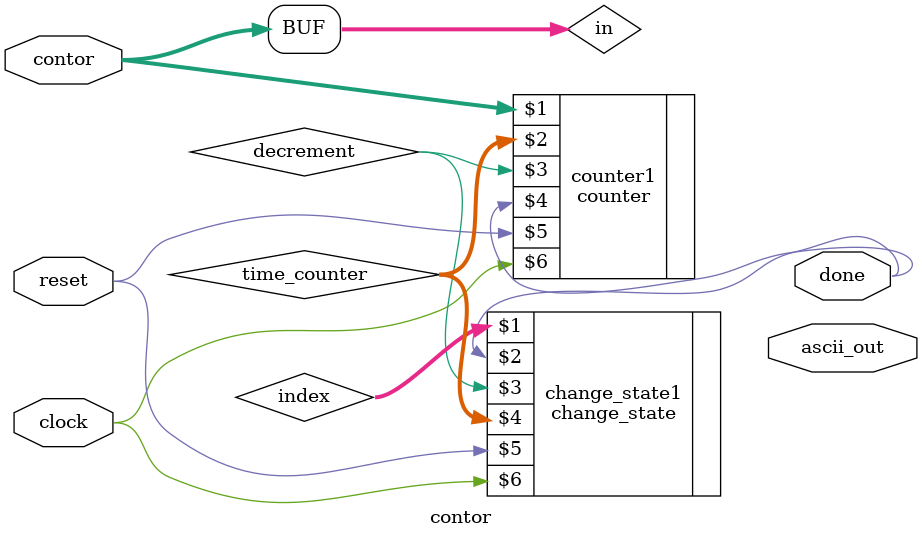
<source format=v>
`timescale 1ns / 1ps
module contor(contor, ascii_out, done, reset, clock
    );
	 input  [15:0] contor; // one digit ascii
	 output [7:0] ascii_out;
	 output       done;
	 input        reset;
	 input        clock;
	 
	 wire [15:0]	in;
	 wire [15:0]	time_counter; // 2 digit ascii
	 wire 			decrement;
	 wire   [6:0] index;
	 
	 assign in = contor;
	 assign done = done;
	 // HINT urmareste in simulare cum se modifica contor
	 counter counter1(in, time_counter, decrement, done, reset, clock);
	 change_state change_state1(index, done, decrement, time_counter, reset, clock);


endmodule

</source>
